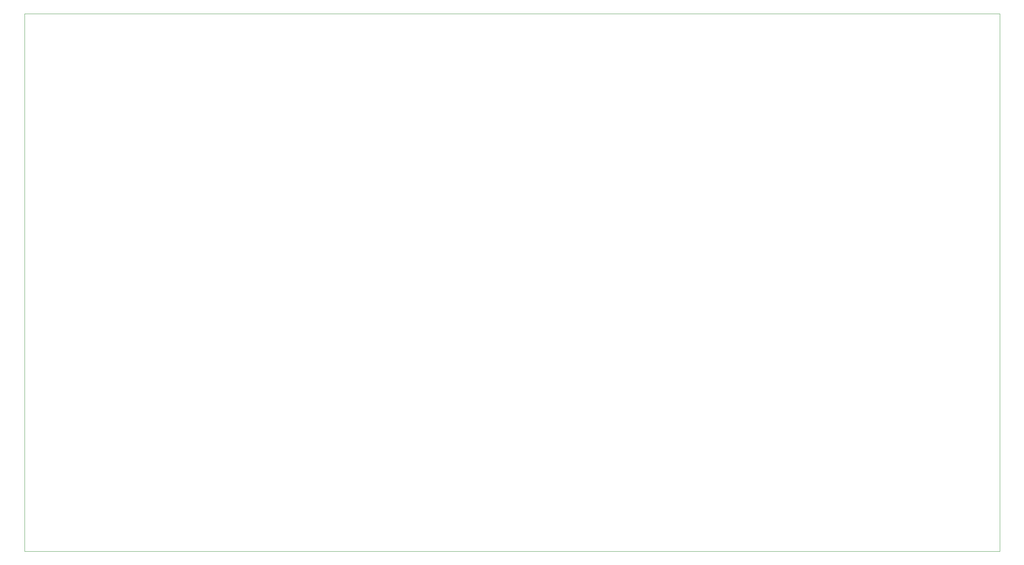
<source format=gm1>
%TF.GenerationSoftware,KiCad,Pcbnew,(5.1.8)-1*%
%TF.CreationDate,2021-01-26T10:30:40+02:00*%
%TF.ProjectId,bigartsey,62696761-7274-4736-9579-2e6b69636164,rev?*%
%TF.SameCoordinates,Original*%
%TF.FileFunction,Profile,NP*%
%FSLAX46Y46*%
G04 Gerber Fmt 4.6, Leading zero omitted, Abs format (unit mm)*
G04 Created by KiCad (PCBNEW (5.1.8)-1) date 2021-01-26 10:30:40*
%MOMM*%
%LPD*%
G01*
G04 APERTURE LIST*
%TA.AperFunction,Profile*%
%ADD10C,0.050000*%
%TD*%
G04 APERTURE END LIST*
D10*
X34131250Y-151606250D02*
X34131250Y-25400000D01*
X262731250Y-151606250D02*
X34131250Y-151606250D01*
X262731250Y-25400000D02*
X262731250Y-151606250D01*
X34131250Y-25400000D02*
X262731250Y-25400000D01*
M02*

</source>
